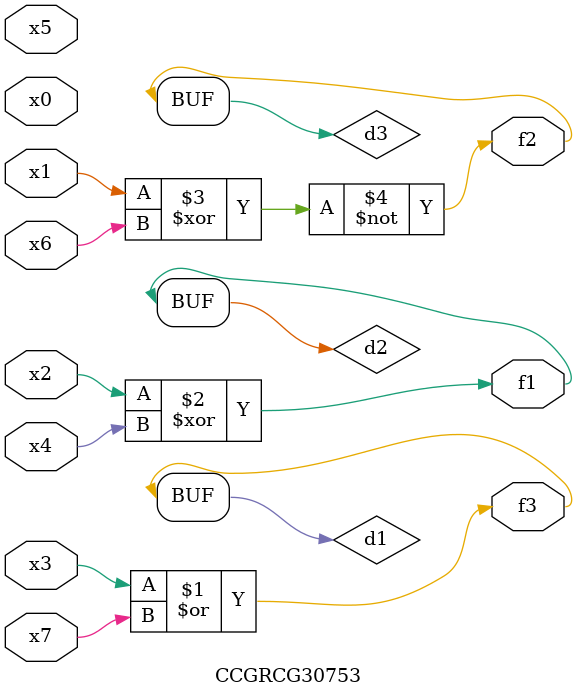
<source format=v>
module CCGRCG30753(
	input x0, x1, x2, x3, x4, x5, x6, x7,
	output f1, f2, f3
);

	wire d1, d2, d3;

	or (d1, x3, x7);
	xor (d2, x2, x4);
	xnor (d3, x1, x6);
	assign f1 = d2;
	assign f2 = d3;
	assign f3 = d1;
endmodule

</source>
